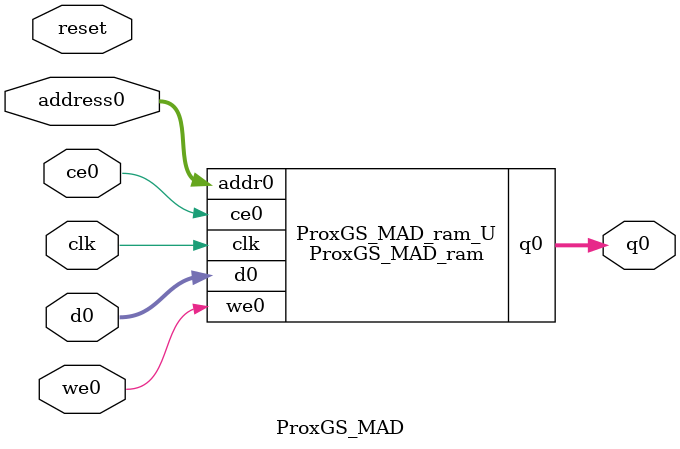
<source format=v>
`timescale 1 ns / 1 ps
module ProxGS_MAD_ram (addr0, ce0, d0, we0, q0,  clk);

parameter DWIDTH = 32;
parameter AWIDTH = 14;
parameter MEM_SIZE = 16384;

input[AWIDTH-1:0] addr0;
input ce0;
input[DWIDTH-1:0] d0;
input we0;
output reg[DWIDTH-1:0] q0;
input clk;

(* ram_style = "block" *)reg [DWIDTH-1:0] ram[0:MEM_SIZE-1];




always @(posedge clk)  
begin 
    if (ce0) begin
        if (we0) 
            ram[addr0] <= d0; 
        q0 <= ram[addr0];
    end
end


endmodule

`timescale 1 ns / 1 ps
module ProxGS_MAD(
    reset,
    clk,
    address0,
    ce0,
    we0,
    d0,
    q0);

parameter DataWidth = 32'd32;
parameter AddressRange = 32'd16384;
parameter AddressWidth = 32'd14;
input reset;
input clk;
input[AddressWidth - 1:0] address0;
input ce0;
input we0;
input[DataWidth - 1:0] d0;
output[DataWidth - 1:0] q0;



ProxGS_MAD_ram ProxGS_MAD_ram_U(
    .clk( clk ),
    .addr0( address0 ),
    .ce0( ce0 ),
    .we0( we0 ),
    .d0( d0 ),
    .q0( q0 ));

endmodule


</source>
